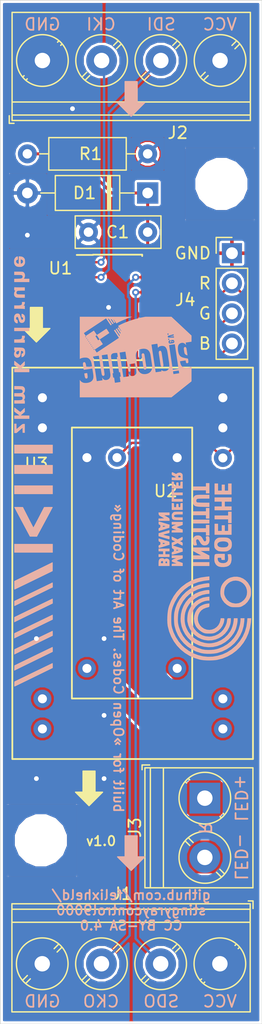
<source format=kicad_pcb>
(kicad_pcb (version 20171130) (host pcbnew "(6.0.0-rc1-dev-1168-g71a2cd831)")
  (layers (0 F.Cu signal) (31 B.Cu signal) (34 B.Paste user) (35 F.Paste user) (36 B.SilkS user) (37 F.SilkS user) (38 B.Mask user) (39 F.Mask user) (44 Edge.Cuts user))
  (net 0 "")
  (net 1 /CKI)
  (net 2 /SDI)
  (net 3 GND)
  (net 4 /BOUT)
  (net 5 /GOUT)
  (net 6 /ROUT)
  (net 7 /SDO)
  (net 8 /CKO)
  (net 9 +5V)
  (net 10 +24V)
  (net 11 /LED-)
  (net 12 /LED+)
  (module logos:entropia (layer B.Cu) (at 137.922 95.123 90)
    (fp_text reference G*** hide)
    (fp_text value LOGO hide)
  )
  (module logos:goethe (layer B.Cu) (at 143.764 112.776 90)
    (fp_text reference G*** hide)
    (fp_text value LOGO hide)
  )
  (module logos:zkm (layer B.Cu) (at 129.286 104.775 90)
    (fp_text reference G*** hide)
    (fp_text value LOGO hide)
  )
  (module Package_SO:SOIC-14_3.9x8.7mm_P1.27mm (layer F.Cu) (at 136.398 90.932)
    (fp_text reference U1 (at -4.826 -3.302) (layer F.SilkS))
    (fp_text value ws2801)
    (pad 1 smd rect (at -2.7 -3.81) (size 1.5 0.6) (layers F.Cu F.Paste F.Mask) (net 1 /CKI))
    (pad 2 smd rect (at -2.7 -2.54) (size 1.5 0.6) (layers F.Cu F.Paste F.Mask) (net 2 /SDI))
    (pad 3 smd rect (at -2.7 -1.27) (size 1.5 0.6) (layers F.Cu F.Paste F.Mask))
    (pad 4 smd rect (at -2.7 0) (size 1.5 0.6) (layers F.Cu F.Paste F.Mask) (net 3 GND))
    (pad 5 smd rect (at -2.7 1.27) (size 1.5 0.6) (layers F.Cu F.Paste F.Mask) (net 3 GND))
    (pad 6 smd rect (at -2.7 2.54) (size 1.5 0.6) (layers F.Cu F.Paste F.Mask) (net 3 GND))
    (pad 7 smd rect (at -2.7 3.81) (size 1.5 0.6) (layers F.Cu F.Paste F.Mask) (net 3 GND))
    (pad 8 smd rect (at 2.7 3.81) (size 1.5 0.6) (layers F.Cu F.Paste F.Mask) (net 4 /BOUT))
    (pad 9 smd rect (at 2.7 2.54) (size 1.5 0.6) (layers F.Cu F.Paste F.Mask) (net 5 /GOUT))
    (pad 10 smd rect (at 2.7 1.27) (size 1.5 0.6) (layers F.Cu F.Paste F.Mask) (net 6 /ROUT))
    (pad 11 smd rect (at 2.7 0) (size 1.5 0.6) (layers F.Cu F.Paste F.Mask))
    (pad 12 smd rect (at 2.7 -1.27) (size 1.5 0.6) (layers F.Cu F.Paste F.Mask) (net 7 /SDO))
    (pad 13 smd rect (at 2.7 -2.54) (size 1.5 0.6) (layers F.Cu F.Paste F.Mask) (net 8 /CKO))
    (pad 14 smd rect (at 2.7 -3.81) (size 1.5 0.6) (layers F.Cu F.Paste F.Mask) (net 9 +5V))
  )
  (module Connector_PinHeader_2.54mm:PinHeader_1x04_P2.54mm_Vertical (layer F.Cu) (at 146.05 86.36)
    (fp_text reference J4 (at -3.937 3.937) (layer F.SilkS))
    (fp_text value Conn_01x04)
    (pad 1 thru_hole rect (at 0 0) (size 1.7 1.7) (drill 1) (layers *.Cu *.Mask) (net 3 GND))
    (pad 2 thru_hole oval (at 0 2.54) (size 1.7 1.7) (drill 1) (layers *.Cu *.Mask) (net 6 /ROUT))
    (pad 3 thru_hole oval (at 0 5.08) (size 1.7 1.7) (drill 1) (layers *.Cu *.Mask) (net 5 /GOUT))
    (pad 4 thru_hole oval (at 0 7.62) (size 1.7 1.7) (drill 1) (layers *.Cu *.Mask) (net 4 /BOUT))
  )
  (module Capacitor_THT:C_Rect_L7.0mm_W2.5mm_P5.00mm (layer F.Cu) (at 138.938 84.582 180)
    (fp_text reference C1 (at 2.54 0 180) (layer F.SilkS))
    (fp_text value 1u)
    (pad 1 thru_hole circle (at 0 0 180) (size 1.6 1.6) (drill 0.8) (layers *.Cu *.Mask) (net 9 +5V))
    (pad 2 thru_hole circle (at 5 0 180) (size 1.6 1.6) (drill 0.8) (layers *.Cu *.Mask) (net 3 GND))
  )
  (module Diode_THT:D_A-405_P10.16mm_Horizontal (layer F.Cu) (at 138.938 81.28 180)
    (fp_text reference D1 (at 5.334 0 180) (layer F.SilkS))
    (fp_text value "D_Zener 5.1V")
    (pad 1 thru_hole rect (at 0 0 180) (size 1.8 1.8) (drill 0.9) (layers *.Cu *.Mask) (net 9 +5V))
    (pad 2 thru_hole oval (at 10.16 0 180) (size 1.8 1.8) (drill 0.9) (layers *.Cu *.Mask) (net 3 GND))
  )
  (module Resistor_THT:R_Axial_DIN0207_L6.3mm_D2.5mm_P10.16mm_Horizontal (layer F.Cu) (at 138.938 77.978 180)
    (fp_text reference R1 (at 4.826 0 180) (layer F.SilkS))
    (fp_text value R)
    (pad 1 thru_hole circle (at 0 0 180) (size 1.6 1.6) (drill 0.8) (layers *.Cu *.Mask) (net 10 +24V))
    (pad 2 thru_hole oval (at 10.16 0 180) (size 1.6 1.6) (drill 0.8) (layers *.Cu *.Mask) (net 9 +5V))
  )
  (module meanwell_led_driver:LDD_L (layer F.Cu) (at 137.6172 112.4966 270)
    (fp_text reference U2 (at -6.0706 -2.8448) (layer F.SilkS))
    (fp_text value LDD-L)
    (pad 1 thru_hole circle (at -8.89 -3.81 270) (size 1.524 1.524) (drill 0.762) (layers *.Cu *.Mask) (net 10 +24V))
    (pad 3 thru_hole circle (at -8.89 1.27 270) (size 1.524 1.524) (drill 0.762) (layers *.Cu *.Mask) (net 6 /ROUT))
    (pad 4 thru_hole circle (at -8.89 3.81 270) (size 1.524 1.524) (drill 0.762) (layers *.Cu *.Mask) (net 3 GND))
    (pad 5 thru_hole circle (at 8.89 3.81 270) (size 1.524 1.524) (drill 0.762) (layers *.Cu *.Mask) (net 11 /LED-))
    (pad 6 thru_hole circle (at 8.89 -3.81 270) (size 1.524 1.524) (drill 0.762) (layers *.Cu *.Mask) (net 12 /LED+))
  )
  (module meanwell_led_driver:LDD_H (layer F.Cu) (at 137.668 112.522)
    (fp_text reference U3 (at -8.128 -8.382) (layer F.SilkS))
    (fp_text value LDD-H)
    (pad 1 thru_hole circle (at -7.62 -13.97) (size 1.524 1.524) (drill 0.762) (layers *.Cu *.Mask) (net 3 GND))
    (pad 2 thru_hole circle (at -7.62 -11.43) (size 1.524 1.524) (drill 0.762) (layers *.Cu *.Mask) (net 3 GND))
    (pad 11 thru_hole circle (at -7.62 11.43) (size 1.524 1.524) (drill 0.762) (layers *.Cu *.Mask) (net 11 /LED-))
    (pad 12 thru_hole circle (at -7.62 13.97) (size 1.524 1.524) (drill 0.762) (layers *.Cu *.Mask) (net 11 /LED-))
    (pad 13 thru_hole circle (at 7.62 13.97) (size 1.524 1.524) (drill 0.762) (layers *.Cu *.Mask) (net 12 /LED+))
    (pad 14 thru_hole circle (at 7.62 11.43) (size 1.524 1.524) (drill 0.762) (layers *.Cu *.Mask) (net 12 /LED+))
    (pad 22 thru_hole circle (at 7.62 -8.89) (size 1.524 1.524) (drill 0.762) (layers *.Cu *.Mask) (net 6 /ROUT))
    (pad 23 thru_hole circle (at 7.62 -11.43) (size 1.524 1.524) (drill 0.762) (layers *.Cu *.Mask) (net 10 +24V))
    (pad 24 thru_hole circle (at 7.62 -13.97) (size 1.524 1.524) (drill 0.762) (layers *.Cu *.Mask) (net 10 +24V))
  )
  (module TerminalBlock_Phoenix:TerminalBlock_Phoenix_PT-1,5-4-5.0-H_1x04_P5.00mm_Horizontal (layer F.Cu) (at 130.048 70.104)
    (fp_text reference J2 (at 11.43 6.096) (layer F.SilkS))
    (fp_text value Screw_Terminal_01x04)
    (pad 1 thru_hole rect (at 0 0) (size 2.6 2.6) (drill 1.3) (layers *.Cu *.Mask) (net 3 GND))
    (pad 2 thru_hole circle (at 5 0) (size 2.6 2.6) (drill 1.3) (layers *.Cu *.Mask) (net 1 /CKI))
    (pad 3 thru_hole circle (at 10 0) (size 2.6 2.6) (drill 1.3) (layers *.Cu *.Mask) (net 2 /SDI))
    (pad 4 thru_hole circle (at 15 0) (size 2.6 2.6) (drill 1.3) (layers *.Cu *.Mask) (net 10 +24V))
  )
  (module TerminalBlock_Phoenix:TerminalBlock_Phoenix_PT-1,5-4-5.0-H_1x04_P5.00mm_Horizontal (layer F.Cu) (at 145.034 146.304 180)
    (fp_text reference J1 (at 8.255 5.9055 180) (layer F.SilkS))
    (fp_text value Screw_Terminal_01x04)
    (pad 4 thru_hole circle (at 15 0 180) (size 2.6 2.6) (drill 1.3) (layers *.Cu *.Mask) (net 3 GND))
    (pad 3 thru_hole circle (at 10 0 180) (size 2.6 2.6) (drill 1.3) (layers *.Cu *.Mask) (net 8 /CKO))
    (pad 2 thru_hole circle (at 5 0 180) (size 2.6 2.6) (drill 1.3) (layers *.Cu *.Mask) (net 7 /SDO))
    (pad 1 thru_hole rect (at 0 0 180) (size 2.6 2.6) (drill 1.3) (layers *.Cu *.Mask) (net 10 +24V))
  )
  (module TerminalBlock_Phoenix:TerminalBlock_Phoenix_PT-1,5-2-5.0-H_1x02_P5.00mm_Horizontal (layer F.Cu) (at 143.764 132.334 270)
    (fp_text reference J3 (at 2.4765 5.9055 270) (layer F.SilkS))
    (fp_text value Screw_Terminal_01x02)
    (pad 1 thru_hole rect (at 0 0 270) (size 2.6 2.6) (drill 1.3) (layers *.Cu *.Mask) (net 12 /LED+))
    (pad 2 thru_hole circle (at 5 0 270) (size 2.6 2.6) (drill 1.3) (layers *.Cu *.Mask) (net 11 /LED-))
  )
  (module MountingHole:MountingHole_3.2mm_M3_ISO14580 (layer F.Cu) (at 145.161 80.518)
    (fp_text reference MK1)
    (fp_text value Mounting_Hole)
    (pad 1 np_thru_hole circle (at 0 0) (size 3.2 3.2) (drill 3.2) (layers *.Cu *.Mask))
  )
  (module MountingHole:MountingHole_3.2mm_M3_ISO14580 (layer F.Cu) (at 129.921 135.89)
    (fp_text reference MK2)
    (fp_text value Mounting_Hole)
    (pad 1 np_thru_hole circle (at 0 0) (size 3.2 3.2) (drill 3.2) (layers *.Cu *.Mask))
  )
  (gr_text v1.0 (at 135.001 135.9535) (layer F.SilkS) (effects (font (size 0.8 0.8))))
  (gr_text "built for »Open Codes. The Art of Coding«" (at 136.4615 120.523 270) (layer B.SilkS) (effects (font (size 0.8 0.8)) (justify mirror)))
  (gr_text "github.com/felixheld/\nstingyraycontrol9000\nCC BY-SA 4.0" (at 137.541 141.7955) (layer B.SilkS) (effects (font (size 0.8 0.8)) (justify mirror)))
  (gr_text R (at 143.764 134.874 270) (layer B.SilkS) (effects (font (size 1 1)) (justify mirror)))
  (gr_text B (at 143.764 93.98) (layer F.SilkS) (effects (font (size 1 1))))
  (gr_text G (at 143.764 91.44) (layer F.SilkS) (effects (font (size 1 1))))
  (gr_text R (at 143.764 88.9) (layer F.SilkS) (effects (font (size 1 1))))
  (gr_text GND (at 142.748 86.36) (layer F.SilkS) (effects (font (size 1 1))))
  (gr_text LED- (at 146.812 137.287 270) (layer B.SilkS) (effects (font (size 1 1)) (justify mirror)))
  (gr_text LED+ (at 146.812 132.334 270) (layer B.SilkS) (effects (font (size 1 1)) (justify mirror)))
  (gr_poly (pts (xy 129.032 90.932) (xy 130.048 90.932) (xy 130.048 92.71) (xy 130.683 92.71) (xy 129.54 93.853) (xy 128.397 92.71) (xy 129.032 92.71)) (layer F.SilkS) (width 0.1))
  (gr_poly (pts (xy 133.477 130.048) (xy 134.493 130.048) (xy 134.493 131.826) (xy 135.128 131.826) (xy 133.985 132.969) (xy 132.842 131.826) (xy 133.477 131.826)) (layer F.SilkS) (width 0.1))
  (gr_poly (pts (xy 137.033 135.509) (xy 138.049 135.509) (xy 138.049 137.287) (xy 138.684 137.287) (xy 137.541 138.43) (xy 136.398 137.287) (xy 137.033 137.287)) (layer B.SilkS) (width 0.1))
  (gr_poly (pts (xy 137.033 71.882) (xy 138.049 71.882) (xy 138.049 73.66) (xy 138.684 73.66) (xy 137.541 74.803) (xy 136.398 73.66) (xy 137.033 73.66)) (layer B.SilkS) (width 0.1))
  (gr_text SDO (at 140.081 149.479) (layer B.SilkS) (effects (font (size 1 1)) (justify mirror)))
  (gr_text CKO (at 135.001 149.479) (layer B.SilkS) (effects (font (size 1 1)) (justify mirror)))
  (gr_text CKI (at 135.001 67.056) (layer B.SilkS) (effects (font (size 1 1)) (justify mirror)))
  (gr_text SDI (at 140.081 67.056) (layer B.SilkS) (effects (font (size 1 1)) (justify mirror)))
  (gr_text VCC (at 145.034 67.056) (layer B.SilkS) (effects (font (size 1 1)) (justify mirror)))
  (gr_text VCC (at 145.034 149.479) (layer B.SilkS) (effects (font (size 1 1)) (justify mirror)))
  (gr_text GND (at 130.048 149.479) (layer B.SilkS) (effects (font (size 1 1)) (justify mirror)))
  (gr_text GND (at 130.048 67.056) (layer B.SilkS) (effects (font (size 1 1)) (justify mirror)))
  (gr_line (start 126.492 151.384) (end 126.492 65.024) (layer Edge.Cuts) (width 0.05))
  (gr_line (start 148.59 151.384) (end 126.492 151.384) (layer Edge.Cuts) (width 0.05))
  (gr_line (start 148.59 65.024) (end 148.59 151.384) (layer Edge.Cuts) (width 0.05))
  (gr_line (start 126.492 65.024) (end 148.59 65.024) (layer Edge.Cuts) (width 0.05))
  (via (at 135.001 87.122) (size 0.6) (drill 0.3) (layers F.Cu B.Cu) (net 1))
  (segment (start 135.001 87.122) (end 133.698 87.122) (width 0.2) (layer F.Cu) (net 1))
  (segment (start 135.048 87.075) (end 135.001 87.122) (width 0.2) (layer B.Cu) (net 1))
  (segment (start 135.048 86.995) (end 135.048 87.075) (width 0.2) (layer B.Cu) (net 1))
  (segment (start 135.255 86.788) (end 135.048 86.995) (width 0.2) (layer B.Cu) (net 1))
  (segment (start 135.255 70.311) (end 135.255 86.788) (width 0.2) (layer B.Cu) (net 1))
  (segment (start 135.048 70.104) (end 135.255 70.311) (width 0.2) (layer B.Cu) (net 1))
  (via (at 135.001 88.392) (size 0.6) (drill 0.3) (layers F.Cu B.Cu) (net 2))
  (segment (start 135.001 88.392) (end 133.698 88.392) (width 0.2) (layer F.Cu) (net 2))
  (segment (start 135.655011 74.496989) (end 138.748001 71.403999) (width 0.2) (layer B.Cu) (net 2))
  (segment (start 135.001 88.392) (end 135.655011 87.737989) (width 0.2) (layer B.Cu) (net 2))
  (segment (start 138.748001 71.403999) (end 140.048 70.104) (width 0.2) (layer B.Cu) (net 2))
  (segment (start 135.655011 87.737989) (end 135.655011 74.496989) (width 0.2) (layer B.Cu) (net 2))
  (via (at 135.255 125.349) (size 0.8) (drill 0.4) (layers F.Cu B.Cu) (net 3))
  (via (at 135.255 130.683) (size 0.8) (drill 0.4) (layers F.Cu B.Cu) (net 3))
  (via (at 129.54 118.872) (size 0.8) (drill 0.4) (layers F.Cu B.Cu) (net 3))
  (via (at 129.54 130.683) (size 0.8) (drill 0.4) (layers F.Cu B.Cu) (net 3))
  (via (at 128.778 84.836) (size 0.8) (drill 0.4) (layers F.Cu B.Cu) (net 3))
  (via (at 135.255 118.872) (size 0.8) (drill 0.4) (layers F.Cu B.Cu) (net 3))
  (via (at 135.636 90.932) (size 0.8) (drill 0.4) (layers F.Cu B.Cu) (net 3))
  (via (at 132.588 74.168) (size 0.8) (drill 0.4) (layers F.Cu B.Cu) (net 3))
  (segment (start 145.288 94.742) (end 146.05 93.98) (width 0.2) (layer F.Cu) (net 4))
  (segment (start 139.098 94.742) (end 145.288 94.742) (width 0.2) (layer F.Cu) (net 4))
  (segment (start 144.018 93.472) (end 146.05 91.44) (width 0.2) (layer F.Cu) (net 5))
  (segment (start 139.098 93.472) (end 144.018 93.472) (width 0.2) (layer F.Cu) (net 5))
  (segment (start 142.748 92.202) (end 146.05 88.9) (width 0.2) (layer F.Cu) (net 6))
  (segment (start 139.098 92.202) (end 142.748 92.202) (width 0.2) (layer F.Cu) (net 6))
  (segment (start 147.447 101.473) (end 146.049999 102.870001) (width 0.2) (layer F.Cu) (net 6))
  (segment (start 147.447 90.297) (end 147.447 101.473) (width 0.2) (layer F.Cu) (net 6))
  (segment (start 146.049999 102.870001) (end 145.288 103.632) (width 0.2) (layer F.Cu) (net 6))
  (segment (start 146.05 88.9) (end 147.447 90.297) (width 0.2) (layer F.Cu) (net 6))
  (segment (start 144.526001 102.870001) (end 145.288 103.632) (width 0.2) (layer F.Cu) (net 6))
  (segment (start 137.5918 102.362) (end 144.018 102.362) (width 0.2) (layer F.Cu) (net 6))
  (segment (start 144.018 102.362) (end 144.526001 102.870001) (width 0.2) (layer F.Cu) (net 6))
  (segment (start 136.3472 103.6066) (end 137.5918 102.362) (width 0.2) (layer F.Cu) (net 6))
  (segment (start 137.922 144.192) (end 140.034 146.304) (width 0.2) (layer B.Cu) (net 7))
  (segment (start 137.922 89.916) (end 137.922 144.192) (width 0.2) (layer B.Cu) (net 7))
  (via (at 137.922 89.662) (size 0.6) (drill 0.3) (layers F.Cu B.Cu) (net 7))
  (segment (start 137.922 89.916) (end 137.922 89.662) (width 0.2) (layer B.Cu) (net 7))
  (segment (start 137.922 89.662) (end 139.098 89.662) (width 0.2) (layer F.Cu) (net 7))
  (via (at 137.922 88.392) (size 0.6) (drill 0.3) (layers F.Cu B.Cu) (net 8))
  (segment (start 137.922 88.392) (end 139.098 88.392) (width 0.2) (layer F.Cu) (net 8))
  (segment (start 137.414 90.17) (end 137.287 90.043) (width 0.2) (layer B.Cu) (net 8))
  (segment (start 137.287 89.027) (end 137.922 88.392) (width 0.2) (layer B.Cu) (net 8))
  (segment (start 137.287 90.043) (end 137.287 89.027) (width 0.2) (layer B.Cu) (net 8))
  (segment (start 137.414 143.924) (end 137.414 90.17) (width 0.2) (layer B.Cu) (net 8))
  (segment (start 135.034 146.304) (end 137.414 143.924) (width 0.2) (layer B.Cu) (net 8))
  (segment (start 138.938 81.28) (end 138.938 84.582) (width 0.25) (layer F.Cu) (net 9))
  (segment (start 138.938 86.962) (end 139.098 87.122) (width 0.25) (layer F.Cu) (net 9))
  (segment (start 138.938 84.582) (end 138.938 86.962) (width 0.25) (layer F.Cu) (net 9))
  (segment (start 135.89 81.28) (end 138.938 81.28) (width 0.25) (layer F.Cu) (net 9))
  (segment (start 132.588 77.978) (end 135.89 81.28) (width 0.25) (layer F.Cu) (net 9))
  (segment (start 128.778 77.978) (end 132.588 77.978) (width 0.25) (layer F.Cu) (net 9))
  (zone (net 3) (net_name GND) (layer F.Cu) (connect_pads yes (clearance 0.2)) (min_thickness 0.2) (fill yes (arc_segments 16) (thermal_gap 0.3) (thermal_bridge_width 0.3))
    (polygon (pts (xy 126.492 65.024) (xy 148.59 65.024) (xy 148.59 151.384) (xy 126.492 151.384)))
  )
  (zone (net 12) (net_name /LED+) (layer F.Cu) (priority 1) (connect_pads yes (clearance 0.2)) (min_thickness 0.2) (fill yes (arc_segments 16) (thermal_gap 0.3) (thermal_bridge_width 0.3))
    (polygon (pts (xy 140.462 120.904) (xy 140.97 120.396) (xy 141.859 120.396) (xy 144.399 122.936) (xy 145.669 122.936) (xy 146.304 123.571) (xy 146.304 126.873) (xy 145.034 128.143) (xy 145.034 130.81) (xy 145.288 131.064) (xy 145.288 133.604) (xy 145.034 133.858) (xy 142.494 133.858) (xy 142.24 133.604) (xy 142.24 131.064) (xy 142.494 130.81) (xy 142.875 130.81) (xy 143.256 130.429) (xy 143.256 127.762) (xy 143.637 127.381) (xy 143.637 124.841) (xy 140.462 121.666)))
  )
  (zone (net 3) (net_name GND) (layer B.Cu) (connect_pads yes (clearance 0.2)) (min_thickness 0.2) (fill yes (arc_segments 16) (thermal_gap 0.3) (thermal_bridge_width 0.3))
    (polygon (pts (xy 126.492 65.024) (xy 135.128 65.024) (xy 135.128 88.011) (xy 137.414 90.297) (xy 137.414 151.384) (xy 126.492 151.384)))
  )
  (zone (net 11) (net_name /LED-) (layer F.Cu) (priority 1) (connect_pads yes (clearance 0.2)) (min_thickness 0.2) (fill yes (arc_segments 16) (thermal_gap 0.3) (thermal_bridge_width 0.3))
    (polygon (pts (xy 134.62 120.396) (xy 132.207 120.396) (xy 129.032 123.571) (xy 129.032 126.873) (xy 129.667 127.508) (xy 130.429 127.508) (xy 131.064 126.873) (xy 131.064 123.698) (xy 132.334 122.428) (xy 134.366 122.428) (xy 139.827 127.889) (xy 139.827 135.509) (xy 143.002 138.684) (xy 144.526 138.684) (xy 145.288 137.922) (xy 145.288 136.652) (xy 144.526 135.89) (xy 142.748 135.89) (xy 141.224 134.366) (xy 141.224 127)))
  )
  (zone (net 10) (net_name +24V) (layer B.Cu) (connect_pads yes (clearance 0.2)) (min_thickness 0.2) (fill yes (arc_segments 16) (thermal_gap 0.3) (thermal_bridge_width 0.3))
    (polygon (pts (xy 148.59 65.024) (xy 148.59 151.384) (xy 137.668 151.384) (xy 137.668 89.408) (xy 135.382 87.122) (xy 135.382 65.024)))
  )
  (zone (net 3) (net_name GND) (layer F.Cu) (priority 1) (connect_pads (clearance 0.6)) (min_thickness 0.2) (fill yes (arc_segments 16) (thermal_gap 0.5) (thermal_bridge_width 0.5))
    (polygon (pts (xy 147.955 77.47) (xy 142.113 77.47) (xy 142.113 83.566) (xy 147.955 83.566)))
  )
  (zone (net 3) (net_name GND) (layer F.Cu) (priority 1) (connect_pads (clearance 0.6)) (min_thickness 0.2) (fill yes (arc_segments 16) (thermal_gap 0.5) (thermal_bridge_width 0.5))
    (polygon (pts (xy 127.127 132.842) (xy 132.969 132.842) (xy 132.969 138.938) (xy 127.127 138.938)))
  )
  (zone (net 3) (net_name GND) (layer F.Cu) (priority 1) (connect_pads (clearance 0.2)) (min_thickness 0.2) (fill yes (arc_segments 16) (thermal_gap 0.3) (thermal_bridge_width 0.3))
    (polygon (pts (xy 127.254 79.629) (xy 135.763 79.629) (xy 135.763 84.582) (xy 147.574 84.582) (xy 147.574 87.884) (xy 136.525 87.884) (xy 136.525 96.012) (xy 127.254 96.012)))
  )
  (zone (net 3) (net_name GND) (layer B.Cu) (priority 1) (connect_pads (clearance 0.2)) (min_thickness 0.2) (fill yes (arc_segments 16) (thermal_gap 0.3) (thermal_bridge_width 0.3))
    (polygon (pts (xy 127.254 79.629) (xy 130.429 79.629) (xy 130.429 83.185) (xy 135.001 83.185) (xy 135.001 85.979) (xy 127.254 85.979)))
  )
  (zone (net 10) (net_name +24V) (layer B.Cu) (priority 1) (connect_pads (clearance 0.2)) (min_thickness 0.2) (fill yes (arc_segments 16) (thermal_gap 0.3) (thermal_bridge_width 0.3))
    (polygon (pts (xy 137.541 76.581) (xy 140.335 76.581) (xy 140.335 79.375) (xy 137.541 79.375)))
  )
  (zone (net 10) (net_name +24V) (layer B.Cu) (priority 1) (connect_pads (clearance 0.6)) (min_thickness 0.2) (fill yes (arc_segments 16) (thermal_gap 0.5) (thermal_bridge_width 0.5))
    (polygon (pts (xy 142.113 77.47) (xy 147.955 77.47) (xy 147.955 83.566) (xy 142.113 83.566)))
  )
  (zone (net 3) (net_name GND) (layer B.Cu) (priority 1) (connect_pads (clearance 0.6)) (min_thickness 0.2) (fill yes (arc_segments 16) (thermal_gap 0.5) (thermal_bridge_width 0.5))
    (polygon (pts (xy 127.127 132.842) (xy 132.969 132.842) (xy 132.969 138.938) (xy 127.127 138.938)))
  )
)
</source>
